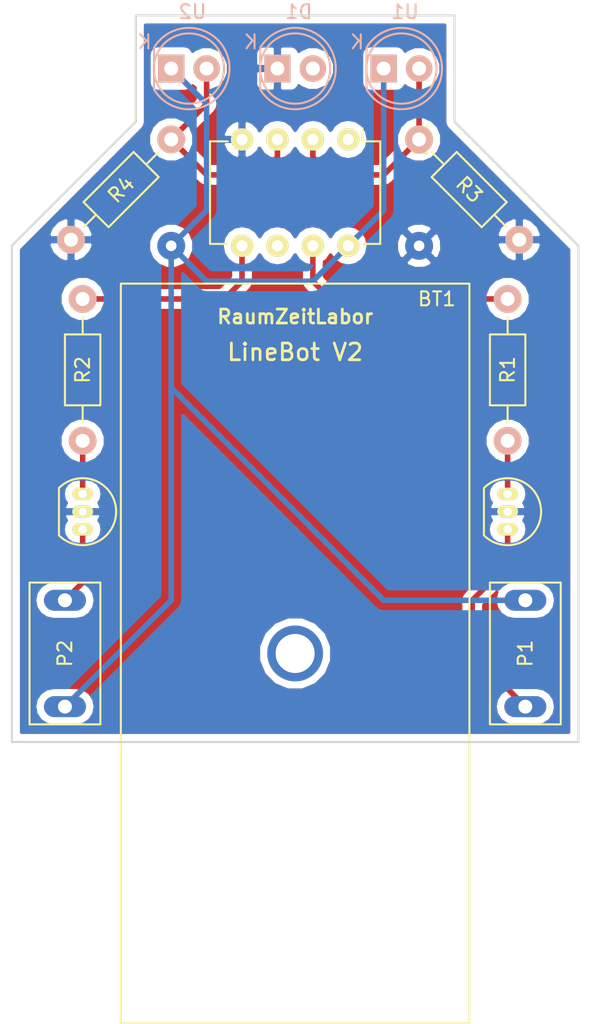
<source format=kicad_pcb>
(kicad_pcb (version 4) (host pcbnew 4.0.4-stable)

  (general
    (links 21)
    (no_connects 0)
    (area 132.004999 74.854999 172.795001 127.075001)
    (thickness 1.6)
    (drawings 10)
    (tracks 38)
    (zones 0)
    (modules 13)
    (nets 13)
  )

  (page A4)
  (layers
    (0 F.Cu signal)
    (31 B.Cu signal)
    (32 B.Adhes user)
    (33 F.Adhes user)
    (34 B.Paste user)
    (35 F.Paste user)
    (36 B.SilkS user)
    (37 F.SilkS user)
    (38 B.Mask user)
    (39 F.Mask user)
    (40 Dwgs.User user)
    (41 Cmts.User user)
    (42 Eco1.User user)
    (43 Eco2.User user)
    (44 Edge.Cuts user)
    (45 Margin user)
    (46 B.CrtYd user)
    (47 F.CrtYd user)
    (48 B.Fab user)
    (49 F.Fab user)
  )

  (setup
    (last_trace_width 0.4)
    (trace_clearance 0.3)
    (zone_clearance 0.508)
    (zone_45_only no)
    (trace_min 0.4)
    (segment_width 0.2)
    (edge_width 0.15)
    (via_size 0.6)
    (via_drill 0.4)
    (via_min_size 0.6)
    (via_min_drill 0.3)
    (uvia_size 0.3)
    (uvia_drill 0.1)
    (uvias_allowed no)
    (uvia_min_size 0.2)
    (uvia_min_drill 0.1)
    (pcb_text_width 0.3)
    (pcb_text_size 1.5 1.5)
    (mod_edge_width 0.15)
    (mod_text_size 1 1)
    (mod_text_width 0.15)
    (pad_size 3.2 3.2)
    (pad_drill 2.1)
    (pad_to_mask_clearance 0.2)
    (aux_axis_origin 0 0)
    (visible_elements FFFEFF7F)
    (pcbplotparams
      (layerselection 0x00030_80000001)
      (usegerberextensions false)
      (excludeedgelayer true)
      (linewidth 0.100000)
      (plotframeref false)
      (viasonmask false)
      (mode 1)
      (useauxorigin false)
      (hpglpennumber 1)
      (hpglpenspeed 20)
      (hpglpendiameter 15)
      (hpglpenoverlay 2)
      (psnegative false)
      (psa4output false)
      (plotreference true)
      (plotvalue true)
      (plotinvisibletext false)
      (padsonsilk false)
      (subtractmaskfromsilk false)
      (outputformat 1)
      (mirror false)
      (drillshape 1)
      (scaleselection 1)
      (outputdirectory ""))
  )

  (net 0 "")
  (net 1 VCC)
  (net 2 GND)
  (net 3 "Net-(D1-Pad2)")
  (net 4 "Net-(IC1-Pad2)")
  (net 5 "Net-(IC1-Pad3)")
  (net 6 "Net-(IC1-Pad5)")
  (net 7 "Net-(IC1-Pad6)")
  (net 8 "Net-(IC1-Pad7)")
  (net 9 "Net-(P1-Pad1)")
  (net 10 "Net-(P2-Pad1)")
  (net 11 "Net-(Q1-Pad1)")
  (net 12 "Net-(Q2-Pad1)")

  (net_class Default "This is the default net class."
    (clearance 0.3)
    (trace_width 0.4)
    (via_dia 0.6)
    (via_drill 0.4)
    (uvia_dia 0.3)
    (uvia_drill 0.1)
    (add_net GND)
    (add_net "Net-(D1-Pad2)")
    (add_net "Net-(IC1-Pad2)")
    (add_net "Net-(IC1-Pad3)")
    (add_net "Net-(IC1-Pad5)")
    (add_net "Net-(IC1-Pad6)")
    (add_net "Net-(IC1-Pad7)")
    (add_net "Net-(P1-Pad1)")
    (add_net "Net-(P2-Pad1)")
    (add_net "Net-(Q1-Pad1)")
    (add_net "Net-(Q2-Pad1)")
    (add_net VCC)
  )

  (module Resistors_ThroughHole:Resistor_Horizontal_RM10mm (layer F.Cu) (tedit 589DE373) (tstamp 587DA60C)
    (at 167.64 105.41 90)
    (descr "Resistor, Axial,  RM 10mm, 1/3W")
    (tags "Resistor Axial RM 10mm 1/3W")
    (path /589CE98A)
    (fp_text reference R1 (at 5.08 0 90) (layer F.SilkS)
      (effects (font (size 1 1) (thickness 0.15)))
    )
    (fp_text value 1k (at 5.08 0 90) (layer F.Fab)
      (effects (font (size 1 1) (thickness 0.15)))
    )
    (fp_line (start -1.25 -1.5) (end 11.4 -1.5) (layer F.CrtYd) (width 0.05))
    (fp_line (start -1.25 1.5) (end -1.25 -1.5) (layer F.CrtYd) (width 0.05))
    (fp_line (start 11.4 -1.5) (end 11.4 1.5) (layer F.CrtYd) (width 0.05))
    (fp_line (start -1.25 1.5) (end 11.4 1.5) (layer F.CrtYd) (width 0.05))
    (fp_line (start 2.54 -1.27) (end 7.62 -1.27) (layer F.SilkS) (width 0.15))
    (fp_line (start 7.62 -1.27) (end 7.62 1.27) (layer F.SilkS) (width 0.15))
    (fp_line (start 7.62 1.27) (end 2.54 1.27) (layer F.SilkS) (width 0.15))
    (fp_line (start 2.54 1.27) (end 2.54 -1.27) (layer F.SilkS) (width 0.15))
    (fp_line (start 2.54 0) (end 1.27 0) (layer F.SilkS) (width 0.15))
    (fp_line (start 7.62 0) (end 8.89 0) (layer F.SilkS) (width 0.15))
    (pad 1 thru_hole circle (at 0 0 90) (size 1.99898 1.99898) (drill 1.00076) (layers *.Cu *.SilkS *.Mask)
      (net 11 "Net-(Q1-Pad1)"))
    (pad 2 thru_hole circle (at 10.16 0 90) (size 1.99898 1.99898) (drill 1.00076) (layers *.Cu *.SilkS *.Mask)
      (net 8 "Net-(IC1-Pad7)"))
    (model Resistors_ThroughHole.3dshapes/Resistor_Horizontal_RM10mm.wrl
      (at (xyz 0.2 0 0))
      (scale (xyz 0.4 0.4 0.4))
      (rotate (xyz 0 0 0))
    )
  )

  (module Resistors_ThroughHole:Resistor_Horizontal_RM10mm (layer F.Cu) (tedit 589DE36F) (tstamp 587DA61C)
    (at 137.16 105.41 90)
    (descr "Resistor, Axial,  RM 10mm, 1/3W")
    (tags "Resistor Axial RM 10mm 1/3W")
    (path /589CEB0B)
    (fp_text reference R2 (at 5.08 0 90) (layer F.SilkS)
      (effects (font (size 1 1) (thickness 0.15)))
    )
    (fp_text value 1k (at 5.08 0 90) (layer F.Fab)
      (effects (font (size 1 1) (thickness 0.15)))
    )
    (fp_line (start -1.25 -1.5) (end 11.4 -1.5) (layer F.CrtYd) (width 0.05))
    (fp_line (start -1.25 1.5) (end -1.25 -1.5) (layer F.CrtYd) (width 0.05))
    (fp_line (start 11.4 -1.5) (end 11.4 1.5) (layer F.CrtYd) (width 0.05))
    (fp_line (start -1.25 1.5) (end 11.4 1.5) (layer F.CrtYd) (width 0.05))
    (fp_line (start 2.54 -1.27) (end 7.62 -1.27) (layer F.SilkS) (width 0.15))
    (fp_line (start 7.62 -1.27) (end 7.62 1.27) (layer F.SilkS) (width 0.15))
    (fp_line (start 7.62 1.27) (end 2.54 1.27) (layer F.SilkS) (width 0.15))
    (fp_line (start 2.54 1.27) (end 2.54 -1.27) (layer F.SilkS) (width 0.15))
    (fp_line (start 2.54 0) (end 1.27 0) (layer F.SilkS) (width 0.15))
    (fp_line (start 7.62 0) (end 8.89 0) (layer F.SilkS) (width 0.15))
    (pad 1 thru_hole circle (at 0 0 90) (size 1.99898 1.99898) (drill 1.00076) (layers *.Cu *.SilkS *.Mask)
      (net 12 "Net-(Q2-Pad1)"))
    (pad 2 thru_hole circle (at 10.16 0 90) (size 1.99898 1.99898) (drill 1.00076) (layers *.Cu *.SilkS *.Mask)
      (net 6 "Net-(IC1-Pad5)"))
    (model Resistors_ThroughHole.3dshapes/Resistor_Horizontal_RM10mm.wrl
      (at (xyz 0.2 0 0))
      (scale (xyz 0.4 0.4 0.4))
      (rotate (xyz 0 0 0))
    )
  )

  (module Resistors_ThroughHole:Resistor_Horizontal_RM10mm (layer F.Cu) (tedit 589DE2F6) (tstamp 587DA62C)
    (at 161.29 83.82 315)
    (descr "Resistor, Axial,  RM 10mm, 1/3W")
    (tags "Resistor Axial RM 10mm 1/3W")
    (path /587788E6)
    (fp_text reference R3 (at 5.08 0 315) (layer F.SilkS)
      (effects (font (size 1 1) (thickness 0.15)))
    )
    (fp_text value 10k (at 5.08 0 315) (layer F.Fab)
      (effects (font (size 1 1) (thickness 0.15)))
    )
    (fp_line (start -1.25 -1.5) (end 11.4 -1.5) (layer F.CrtYd) (width 0.05))
    (fp_line (start -1.25 1.5) (end -1.25 -1.5) (layer F.CrtYd) (width 0.05))
    (fp_line (start 11.4 -1.5) (end 11.4 1.5) (layer F.CrtYd) (width 0.05))
    (fp_line (start -1.25 1.5) (end 11.4 1.5) (layer F.CrtYd) (width 0.05))
    (fp_line (start 2.54 -1.27) (end 7.62 -1.27) (layer F.SilkS) (width 0.15))
    (fp_line (start 7.62 -1.27) (end 7.62 1.27) (layer F.SilkS) (width 0.15))
    (fp_line (start 7.62 1.27) (end 2.54 1.27) (layer F.SilkS) (width 0.15))
    (fp_line (start 2.54 1.27) (end 2.54 -1.27) (layer F.SilkS) (width 0.15))
    (fp_line (start 2.54 0) (end 1.27 0) (layer F.SilkS) (width 0.15))
    (fp_line (start 7.62 0) (end 8.89 0) (layer F.SilkS) (width 0.15))
    (pad 1 thru_hole circle (at 0 0 315) (size 1.99898 1.99898) (drill 1.00076) (layers *.Cu *.SilkS *.Mask)
      (net 4 "Net-(IC1-Pad2)"))
    (pad 2 thru_hole circle (at 10.16 0 315) (size 1.99898 1.99898) (drill 1.00076) (layers *.Cu *.SilkS *.Mask)
      (net 2 GND))
    (model Resistors_ThroughHole.3dshapes/Resistor_Horizontal_RM10mm.wrl
      (at (xyz 0.2 0 0))
      (scale (xyz 0.4 0.4 0.4))
      (rotate (xyz 0 0 0))
    )
  )

  (module Resistors_ThroughHole:Resistor_Horizontal_RM10mm (layer F.Cu) (tedit 589DE2F9) (tstamp 589CE7BF)
    (at 143.51 83.82 225)
    (descr "Resistor, Axial,  RM 10mm, 1/3W")
    (tags "Resistor Axial RM 10mm 1/3W")
    (path /58778D1F)
    (fp_text reference R4 (at 5.08 0 225) (layer F.SilkS)
      (effects (font (size 1 1) (thickness 0.15)))
    )
    (fp_text value 10k (at 5.08 3.81 225) (layer F.Fab)
      (effects (font (size 1 1) (thickness 0.15)))
    )
    (fp_line (start -1.25 -1.5) (end 11.4 -1.5) (layer F.CrtYd) (width 0.05))
    (fp_line (start -1.25 1.5) (end -1.25 -1.5) (layer F.CrtYd) (width 0.05))
    (fp_line (start 11.4 -1.5) (end 11.4 1.5) (layer F.CrtYd) (width 0.05))
    (fp_line (start -1.25 1.5) (end 11.4 1.5) (layer F.CrtYd) (width 0.05))
    (fp_line (start 2.54 -1.27) (end 7.62 -1.27) (layer F.SilkS) (width 0.15))
    (fp_line (start 7.62 -1.27) (end 7.62 1.27) (layer F.SilkS) (width 0.15))
    (fp_line (start 7.62 1.27) (end 2.54 1.27) (layer F.SilkS) (width 0.15))
    (fp_line (start 2.54 1.27) (end 2.54 -1.27) (layer F.SilkS) (width 0.15))
    (fp_line (start 2.54 0) (end 1.27 0) (layer F.SilkS) (width 0.15))
    (fp_line (start 7.62 0) (end 8.89 0) (layer F.SilkS) (width 0.15))
    (pad 1 thru_hole circle (at 0 0 225) (size 1.99898 1.99898) (drill 1.00076) (layers *.Cu *.SilkS *.Mask)
      (net 5 "Net-(IC1-Pad3)"))
    (pad 2 thru_hole circle (at 10.16 0 225) (size 1.99898 1.99898) (drill 1.00076) (layers *.Cu *.SilkS *.Mask)
      (net 2 GND))
    (model Resistors_ThroughHole.3dshapes/Resistor_Horizontal_RM10mm.wrl
      (at (xyz 0.2 0 0))
      (scale (xyz 0.4 0.4 0.4))
      (rotate (xyz 0 0 0))
    )
  )

  (module TO_SOT_Packages_THT:TO-92_Inline_Narrow_Oval (layer F.Cu) (tedit 58A83003) (tstamp 589CE932)
    (at 167.64 109.22 270)
    (descr "TO-92 leads in-line, narrow, oval pads, drill 0.6mm (see NXP sot054_po.pdf)")
    (tags "to-92 sc-43 sc-43a sot54 PA33 transistor")
    (path /589CE6FF)
    (fp_text reference Q1 (at 1.27 2.54 270) (layer F.SilkS) hide
      (effects (font (size 1 1) (thickness 0.15)))
    )
    (fp_text value BC817-40 (at 0 3 270) (layer F.Fab)
      (effects (font (size 1 1) (thickness 0.15)))
    )
    (fp_line (start -1.4 1.95) (end -1.4 -2.65) (layer F.CrtYd) (width 0.05))
    (fp_line (start -1.4 1.95) (end 3.95 1.95) (layer F.CrtYd) (width 0.05))
    (fp_line (start -0.43 1.7) (end 2.97 1.7) (layer F.SilkS) (width 0.15))
    (fp_arc (start 1.27 0) (end 1.27 -2.4) (angle -135) (layer F.SilkS) (width 0.15))
    (fp_arc (start 1.27 0) (end 1.27 -2.4) (angle 135) (layer F.SilkS) (width 0.15))
    (fp_line (start -1.4 -2.65) (end 3.95 -2.65) (layer F.CrtYd) (width 0.05))
    (fp_line (start 3.95 1.95) (end 3.95 -2.65) (layer F.CrtYd) (width 0.05))
    (pad 2 thru_hole oval (at 1.27 0 90) (size 0.89916 1.50114) (drill 0.6) (layers *.Cu *.Mask F.SilkS)
      (net 2 GND))
    (pad 3 thru_hole oval (at 2.54 0 90) (size 0.89916 1.50114) (drill 0.6) (layers *.Cu *.Mask F.SilkS)
      (net 9 "Net-(P1-Pad1)"))
    (pad 1 thru_hole oval (at 0 0 90) (size 0.89916 1.50114) (drill 0.6) (layers *.Cu *.Mask F.SilkS)
      (net 11 "Net-(Q1-Pad1)"))
    (model TO_SOT_Packages_THT.3dshapes/TO-92_Inline_Narrow_Oval.wrl
      (at (xyz 0.05 0 0))
      (scale (xyz 1 1 1))
      (rotate (xyz 0 0 -90))
    )
  )

  (module TO_SOT_Packages_THT:TO-92_Inline_Narrow_Oval (layer F.Cu) (tedit 58A8300B) (tstamp 589CE938)
    (at 137.16 109.22 270)
    (descr "TO-92 leads in-line, narrow, oval pads, drill 0.6mm (see NXP sot054_po.pdf)")
    (tags "to-92 sc-43 sc-43a sot54 PA33 transistor")
    (path /589CEB03)
    (fp_text reference Q2 (at 1.27 -1.905 270) (layer F.SilkS) hide
      (effects (font (size 1 1) (thickness 0.15)))
    )
    (fp_text value BC817-40 (at 0 3 270) (layer F.Fab)
      (effects (font (size 1 1) (thickness 0.15)))
    )
    (fp_line (start -1.4 1.95) (end -1.4 -2.65) (layer F.CrtYd) (width 0.05))
    (fp_line (start -1.4 1.95) (end 3.95 1.95) (layer F.CrtYd) (width 0.05))
    (fp_line (start -0.43 1.7) (end 2.97 1.7) (layer F.SilkS) (width 0.15))
    (fp_arc (start 1.27 0) (end 1.27 -2.4) (angle -135) (layer F.SilkS) (width 0.15))
    (fp_arc (start 1.27 0) (end 1.27 -2.4) (angle 135) (layer F.SilkS) (width 0.15))
    (fp_line (start -1.4 -2.65) (end 3.95 -2.65) (layer F.CrtYd) (width 0.05))
    (fp_line (start 3.95 1.95) (end 3.95 -2.65) (layer F.CrtYd) (width 0.05))
    (pad 2 thru_hole oval (at 1.27 0 90) (size 0.89916 1.50114) (drill 0.6) (layers *.Cu *.Mask F.SilkS)
      (net 2 GND))
    (pad 3 thru_hole oval (at 2.54 0 90) (size 0.89916 1.50114) (drill 0.6) (layers *.Cu *.Mask F.SilkS)
      (net 10 "Net-(P2-Pad1)"))
    (pad 1 thru_hole oval (at 0 0 90) (size 0.89916 1.50114) (drill 0.6) (layers *.Cu *.Mask F.SilkS)
      (net 12 "Net-(Q2-Pad1)"))
    (model TO_SOT_Packages_THT.3dshapes/TO-92_Inline_Narrow_Oval.wrl
      (at (xyz 0.05 0 0))
      (scale (xyz 1 1 1))
      (rotate (xyz 0 0 -90))
    )
  )

  (module mybattery:batteryholder_AAAx2 (layer F.Cu) (tedit 58AE0A82) (tstamp 58B822B7)
    (at 152.4 120.65)
    (path /58A5F179)
    (fp_text reference BT1 (at 10.16 -25.4) (layer F.SilkS)
      (effects (font (size 1 1) (thickness 0.15)))
    )
    (fp_text value Battery (at 3.81 25.4 180) (layer F.Fab)
      (effects (font (size 1 1) (thickness 0.15)))
    )
    (fp_line (start -12.5 -26.5) (end 12.5 -26.5) (layer F.SilkS) (width 0.15))
    (fp_line (start 12.5 -26.5) (end 12.5 26.5) (layer F.SilkS) (width 0.15))
    (fp_line (start 12.5 26.5) (end -12.5 26.5) (layer F.SilkS) (width 0.15))
    (fp_line (start -12.5 26.5) (end -12.5 -26.5) (layer F.SilkS) (width 0.15))
    (pad 1 thru_hole circle (at -8.89 -29.21) (size 2 2) (drill 0.762) (layers *.Cu *.Mask)
      (net 1 VCC))
    (pad 2 thru_hole circle (at 8.89 -29.21) (size 2 2) (drill 0.762) (layers *.Cu *.Mask)
      (net 2 GND))
    (pad "" thru_hole circle (at 0 0) (size 4 4) (drill 2.8) (layers *.Cu *.Mask))
  )

  (module LEDs:LED-5MM (layer B.Cu) (tedit 5570F7EA) (tstamp 58B822C2)
    (at 151.13 78.74)
    (descr "LED 5mm round vertical")
    (tags "LED 5mm round vertical")
    (path /587789F3)
    (fp_text reference D1 (at 1.524 -4.064) (layer B.SilkS)
      (effects (font (size 1 1) (thickness 0.15)) (justify mirror))
    )
    (fp_text value LED (at 1.524 3.937) (layer B.Fab)
      (effects (font (size 1 1) (thickness 0.15)) (justify mirror))
    )
    (fp_line (start -1.5 1.55) (end -1.5 -1.55) (layer B.CrtYd) (width 0.05))
    (fp_arc (start 1.3 0) (end -1.5 -1.55) (angle 302) (layer B.CrtYd) (width 0.05))
    (fp_arc (start 1.27 0) (end -1.23 1.5) (angle -297.5) (layer B.SilkS) (width 0.15))
    (fp_line (start -1.23 -1.5) (end -1.23 1.5) (layer B.SilkS) (width 0.15))
    (fp_circle (center 1.27 0) (end 0.97 2.5) (layer B.SilkS) (width 0.15))
    (fp_text user K (at -1.905 -1.905) (layer B.SilkS)
      (effects (font (size 1 1) (thickness 0.15)) (justify mirror))
    )
    (pad 1 thru_hole rect (at 0 0 270) (size 2 1.9) (drill 1.00076) (layers *.Cu *.Mask B.SilkS)
      (net 2 GND))
    (pad 2 thru_hole circle (at 2.54 0) (size 1.9 1.9) (drill 1.00076) (layers *.Cu *.Mask B.SilkS)
      (net 3 "Net-(D1-Pad2)"))
    (model LEDs.3dshapes/LED-5MM.wrl
      (at (xyz 0.05 0 0))
      (scale (xyz 1 1 1))
      (rotate (xyz 0 0 90))
    )
  )

  (module Housings_DIP:DIP-8_W7.62mm (layer F.Cu) (tedit 54130A77) (tstamp 58B822CE)
    (at 156.21 83.82 270)
    (descr "8-lead dip package, row spacing 7.62 mm (300 mils)")
    (tags "dil dip 2.54 300")
    (path /587783F4)
    (fp_text reference IC1 (at 0 -5.22 270) (layer F.SilkS)
      (effects (font (size 1 1) (thickness 0.15)))
    )
    (fp_text value ATTINY85-P (at 0 -3.72 270) (layer F.Fab)
      (effects (font (size 1 1) (thickness 0.15)))
    )
    (fp_line (start -1.05 -2.45) (end -1.05 10.1) (layer F.CrtYd) (width 0.05))
    (fp_line (start 8.65 -2.45) (end 8.65 10.1) (layer F.CrtYd) (width 0.05))
    (fp_line (start -1.05 -2.45) (end 8.65 -2.45) (layer F.CrtYd) (width 0.05))
    (fp_line (start -1.05 10.1) (end 8.65 10.1) (layer F.CrtYd) (width 0.05))
    (fp_line (start 0.135 -2.295) (end 0.135 -1.025) (layer F.SilkS) (width 0.15))
    (fp_line (start 7.485 -2.295) (end 7.485 -1.025) (layer F.SilkS) (width 0.15))
    (fp_line (start 7.485 9.915) (end 7.485 8.645) (layer F.SilkS) (width 0.15))
    (fp_line (start 0.135 9.915) (end 0.135 8.645) (layer F.SilkS) (width 0.15))
    (fp_line (start 0.135 -2.295) (end 7.485 -2.295) (layer F.SilkS) (width 0.15))
    (fp_line (start 0.135 9.915) (end 7.485 9.915) (layer F.SilkS) (width 0.15))
    (fp_line (start 0.135 -1.025) (end -0.8 -1.025) (layer F.SilkS) (width 0.15))
    (pad 1 thru_hole oval (at 0 0 270) (size 1.6 1.6) (drill 0.8) (layers *.Cu *.Mask F.SilkS))
    (pad 2 thru_hole oval (at 0 2.54 270) (size 1.6 1.6) (drill 0.8) (layers *.Cu *.Mask F.SilkS)
      (net 4 "Net-(IC1-Pad2)"))
    (pad 3 thru_hole oval (at 0 5.08 270) (size 1.6 1.6) (drill 0.8) (layers *.Cu *.Mask F.SilkS)
      (net 5 "Net-(IC1-Pad3)"))
    (pad 4 thru_hole oval (at 0 7.62 270) (size 1.6 1.6) (drill 0.8) (layers *.Cu *.Mask F.SilkS)
      (net 2 GND))
    (pad 5 thru_hole oval (at 7.62 7.62 270) (size 1.6 1.6) (drill 0.8) (layers *.Cu *.Mask F.SilkS)
      (net 6 "Net-(IC1-Pad5)"))
    (pad 6 thru_hole oval (at 7.62 5.08 270) (size 1.6 1.6) (drill 0.8) (layers *.Cu *.Mask F.SilkS)
      (net 7 "Net-(IC1-Pad6)"))
    (pad 7 thru_hole oval (at 7.62 2.54 270) (size 1.6 1.6) (drill 0.8) (layers *.Cu *.Mask F.SilkS)
      (net 8 "Net-(IC1-Pad7)"))
    (pad 8 thru_hole oval (at 7.62 0 270) (size 1.6 1.6) (drill 0.8) (layers *.Cu *.Mask F.SilkS)
      (net 1 VCC))
    (model Housings_DIP.3dshapes/DIP-8_W7.62mm.wrl
      (at (xyz 0 0 0))
      (scale (xyz 1 1 1))
      (rotate (xyz 0 0 0))
    )
  )

  (module LEDs:LED-5MM (layer B.Cu) (tedit 5570F7EA) (tstamp 58B822E6)
    (at 158.75 78.74)
    (descr "LED 5mm round vertical")
    (tags "LED 5mm round vertical")
    (path /58B8213F)
    (fp_text reference U1 (at 1.524 -4.064) (layer B.SilkS)
      (effects (font (size 1 1) (thickness 0.15)) (justify mirror))
    )
    (fp_text value Phototransistor (at 1.524 3.937) (layer B.Fab)
      (effects (font (size 1 1) (thickness 0.15)) (justify mirror))
    )
    (fp_line (start -1.5 1.55) (end -1.5 -1.55) (layer B.CrtYd) (width 0.05))
    (fp_arc (start 1.3 0) (end -1.5 -1.55) (angle 302) (layer B.CrtYd) (width 0.05))
    (fp_arc (start 1.27 0) (end -1.23 1.5) (angle -297.5) (layer B.SilkS) (width 0.15))
    (fp_line (start -1.23 -1.5) (end -1.23 1.5) (layer B.SilkS) (width 0.15))
    (fp_circle (center 1.27 0) (end 0.97 2.5) (layer B.SilkS) (width 0.15))
    (fp_text user K (at -1.905 -1.905) (layer B.SilkS)
      (effects (font (size 1 1) (thickness 0.15)) (justify mirror))
    )
    (pad 1 thru_hole rect (at 0 0 270) (size 2 1.9) (drill 1.00076) (layers *.Cu *.Mask B.SilkS)
      (net 1 VCC))
    (pad 2 thru_hole circle (at 2.54 0) (size 1.9 1.9) (drill 1.00076) (layers *.Cu *.Mask B.SilkS)
      (net 4 "Net-(IC1-Pad2)"))
    (model LEDs.3dshapes/LED-5MM.wrl
      (at (xyz 0.05 0 0))
      (scale (xyz 1 1 1))
      (rotate (xyz 0 0 90))
    )
  )

  (module LEDs:LED-5MM (layer B.Cu) (tedit 5570F7EA) (tstamp 58B822EC)
    (at 143.51 78.74)
    (descr "LED 5mm round vertical")
    (tags "LED 5mm round vertical")
    (path /58B821B4)
    (fp_text reference U2 (at 1.524 -4.064) (layer B.SilkS)
      (effects (font (size 1 1) (thickness 0.15)) (justify mirror))
    )
    (fp_text value Phototransistor (at 1.524 3.937) (layer B.Fab)
      (effects (font (size 1 1) (thickness 0.15)) (justify mirror))
    )
    (fp_line (start -1.5 1.55) (end -1.5 -1.55) (layer B.CrtYd) (width 0.05))
    (fp_arc (start 1.3 0) (end -1.5 -1.55) (angle 302) (layer B.CrtYd) (width 0.05))
    (fp_arc (start 1.27 0) (end -1.23 1.5) (angle -297.5) (layer B.SilkS) (width 0.15))
    (fp_line (start -1.23 -1.5) (end -1.23 1.5) (layer B.SilkS) (width 0.15))
    (fp_circle (center 1.27 0) (end 0.97 2.5) (layer B.SilkS) (width 0.15))
    (fp_text user K (at -1.905 -1.905) (layer B.SilkS)
      (effects (font (size 1 1) (thickness 0.15)) (justify mirror))
    )
    (pad 1 thru_hole rect (at 0 0 270) (size 2 1.9) (drill 1.00076) (layers *.Cu *.Mask B.SilkS)
      (net 1 VCC))
    (pad 2 thru_hole circle (at 2.54 0) (size 1.9 1.9) (drill 1.00076) (layers *.Cu *.Mask B.SilkS)
      (net 5 "Net-(IC1-Pad3)"))
    (model LEDs.3dshapes/LED-5MM.wrl
      (at (xyz 0.05 0 0))
      (scale (xyz 1 1 1))
      (rotate (xyz 0 0 90))
    )
  )

  (module motorholder:motorholder (layer F.Cu) (tedit 58B8245A) (tstamp 58B82500)
    (at 168.91 120.65 90)
    (path /58778EB1)
    (attr virtual)
    (fp_text reference P1 (at 0 0 90) (layer F.SilkS)
      (effects (font (size 1 1) (thickness 0.15)))
    )
    (fp_text value Motor (at 0 3.81 90) (layer F.Fab)
      (effects (font (size 1 1) (thickness 0.15)))
    )
    (fp_line (start -5.08 -2.54) (end 5.08 -2.54) (layer F.SilkS) (width 0.15))
    (fp_line (start 5.08 -2.54) (end 5.08 2.54) (layer F.SilkS) (width 0.15))
    (fp_line (start 5.08 2.54) (end -5.08 2.54) (layer F.SilkS) (width 0.15))
    (fp_line (start -5.08 2.54) (end -5.08 -2.54) (layer F.SilkS) (width 0.15))
    (pad 1 thru_hole oval (at -3.81 0 90) (size 1.50622 3.01498) (drill 0.99822) (layers *.Cu *.Mask)
      (net 9 "Net-(P1-Pad1)"))
    (pad 2 thru_hole oval (at 3.81 0 90) (size 1.50622 3.01498) (drill 0.99822) (layers *.Cu *.Mask)
      (net 1 VCC))
  )

  (module motorholder:motorholder (layer F.Cu) (tedit 58B8245A) (tstamp 58B82506)
    (at 135.89 120.65 270)
    (path /589CEAF7)
    (attr virtual)
    (fp_text reference P2 (at 0 0 270) (layer F.SilkS)
      (effects (font (size 1 1) (thickness 0.15)))
    )
    (fp_text value Motor (at 0 3.81 270) (layer F.Fab)
      (effects (font (size 1 1) (thickness 0.15)))
    )
    (fp_line (start -5.08 -2.54) (end 5.08 -2.54) (layer F.SilkS) (width 0.15))
    (fp_line (start 5.08 -2.54) (end 5.08 2.54) (layer F.SilkS) (width 0.15))
    (fp_line (start 5.08 2.54) (end -5.08 2.54) (layer F.SilkS) (width 0.15))
    (fp_line (start -5.08 2.54) (end -5.08 -2.54) (layer F.SilkS) (width 0.15))
    (pad 1 thru_hole oval (at -3.81 0 270) (size 1.50622 3.01498) (drill 0.99822) (layers *.Cu *.Mask)
      (net 10 "Net-(P2-Pad1)"))
    (pad 2 thru_hole oval (at 3.81 0 270) (size 1.50622 3.01498) (drill 0.99822) (layers *.Cu *.Mask)
      (net 1 VCC))
  )

  (gr_line (start 132.08 91.44) (end 132.08 127) (angle 90) (layer Edge.Cuts) (width 0.15))
  (gr_line (start 140.97 82.55) (end 132.08 91.44) (angle 90) (layer Edge.Cuts) (width 0.15))
  (gr_line (start 140.97 74.93) (end 140.97 82.55) (angle 90) (layer Edge.Cuts) (width 0.15))
  (gr_line (start 163.83 74.93) (end 140.97 74.93) (angle 90) (layer Edge.Cuts) (width 0.15))
  (gr_line (start 163.83 82.55) (end 163.83 74.93) (angle 90) (layer Edge.Cuts) (width 0.15))
  (gr_line (start 172.72 91.44) (end 163.83 82.55) (angle 90) (layer Edge.Cuts) (width 0.15))
  (gr_line (start 172.72 127) (end 172.72 91.44) (angle 90) (layer Edge.Cuts) (width 0.15))
  (gr_line (start 132.08 127) (end 172.72 127) (angle 90) (layer Edge.Cuts) (width 0.15))
  (gr_text RaumZeitLabor (at 152.4 96.52) (layer F.SilkS)
    (effects (font (size 1 1) (thickness 0.2)))
  )
  (gr_text "LineBot V2" (at 152.4 99.06) (layer F.SilkS)
    (effects (font (size 1.2 1.2) (thickness 0.2)))
  )

  (segment (start 143.51 91.44) (end 146.05 93.98) (width 0.4) (layer B.Cu) (net 1))
  (segment (start 153.67 93.98) (end 156.21 91.44) (width 0.4) (layer B.Cu) (net 1) (tstamp 58AE4225))
  (segment (start 146.05 93.98) (end 153.67 93.98) (width 0.4) (layer B.Cu) (net 1) (tstamp 58AE4222))
  (segment (start 143.51 91.44) (end 143.51 101.6) (width 0.4) (layer B.Cu) (net 1))
  (segment (start 156.21 91.44) (end 158.75 88.9) (width 0.4) (layer B.Cu) (net 1))
  (segment (start 158.75 88.9) (end 158.75 78.74) (width 0.4) (layer B.Cu) (net 1) (tstamp 58AE4096))
  (segment (start 143.51 91.44) (end 146.05 88.9) (width 0.4) (layer B.Cu) (net 1))
  (segment (start 146.05 81.28) (end 143.51 78.74) (width 0.4) (layer B.Cu) (net 1) (tstamp 58AE4089))
  (segment (start 146.05 88.9) (end 146.05 81.28) (width 0.4) (layer B.Cu) (net 1) (tstamp 58AE407F))
  (segment (start 158.75 116.84) (end 143.51 101.6) (width 0.4) (layer B.Cu) (net 1) (tstamp 58AE4143))
  (segment (start 143.51 101.6) (end 143.51 116.84) (width 0.4) (layer B.Cu) (net 1) (tstamp 58AE4151))
  (segment (start 143.51 116.84) (end 135.89 124.46) (width 0.4) (layer B.Cu) (net 1) (tstamp 58AE4139))
  (segment (start 168.91 116.84) (end 158.75 116.84) (width 0.4) (layer B.Cu) (net 1))
  (segment (start 161.29 78.74) (end 161.29 83.82) (width 0.4) (layer F.Cu) (net 4))
  (segment (start 153.67 83.82) (end 153.67 85.09) (width 0.4) (layer F.Cu) (net 4))
  (segment (start 158.75 86.36) (end 161.29 83.82) (width 0.4) (layer F.Cu) (net 4) (tstamp 58AE3F5E))
  (segment (start 154.94 86.36) (end 158.75 86.36) (width 0.4) (layer F.Cu) (net 4) (tstamp 58AE3F5C))
  (segment (start 153.67 85.09) (end 154.94 86.36) (width 0.4) (layer F.Cu) (net 4) (tstamp 58AE3F58))
  (segment (start 151.13 83.82) (end 151.13 85.09) (width 0.4) (layer F.Cu) (net 5))
  (segment (start 146.05 86.36) (end 143.51 83.82) (width 0.4) (layer F.Cu) (net 5) (tstamp 58AE3FFF))
  (segment (start 149.86 86.36) (end 146.05 86.36) (width 0.4) (layer F.Cu) (net 5) (tstamp 58AE3FFB))
  (segment (start 151.13 85.09) (end 149.86 86.36) (width 0.4) (layer F.Cu) (net 5) (tstamp 58AE3FF5))
  (segment (start 143.51 83.82) (end 146.05 81.28) (width 0.4) (layer F.Cu) (net 5))
  (segment (start 146.05 81.28) (end 146.05 78.74) (width 0.4) (layer F.Cu) (net 5) (tstamp 58AE3FD0))
  (segment (start 137.16 95.25) (end 147.32 95.25) (width 0.4) (layer F.Cu) (net 6))
  (segment (start 148.59 93.98) (end 148.59 91.44) (width 0.4) (layer F.Cu) (net 6) (tstamp 58AE3ED0))
  (segment (start 147.32 95.25) (end 148.59 93.98) (width 0.4) (layer F.Cu) (net 6) (tstamp 58AE3EC9))
  (segment (start 167.64 95.25) (end 154.94 95.25) (width 0.4) (layer F.Cu) (net 8))
  (segment (start 153.67 93.98) (end 153.67 91.44) (width 0.4) (layer F.Cu) (net 8) (tstamp 58AE3EC1))
  (segment (start 154.94 95.25) (end 153.67 93.98) (width 0.4) (layer F.Cu) (net 8) (tstamp 58AE3EAB))
  (segment (start 165.1 120.65) (end 168.91 124.46) (width 0.4) (layer F.Cu) (net 9) (tstamp 58AE3F06))
  (segment (start 165.1 116.84) (end 165.1 120.65) (width 0.4) (layer F.Cu) (net 9) (tstamp 58AE3F00))
  (segment (start 167.64 114.3) (end 165.1 116.84) (width 0.4) (layer F.Cu) (net 9) (tstamp 58AE3EF4))
  (segment (start 167.64 111.76) (end 167.64 114.3) (width 0.4) (layer F.Cu) (net 9))
  (segment (start 137.16 111.76) (end 137.16 115.57) (width 0.4) (layer F.Cu) (net 10))
  (segment (start 137.16 115.57) (end 135.89 116.84) (width 0.4) (layer F.Cu) (net 10) (tstamp 58AE3EEC))
  (segment (start 167.64 105.41) (end 167.64 109.22) (width 0.4) (layer F.Cu) (net 11))
  (segment (start 137.16 105.41) (end 137.16 109.22) (width 0.4) (layer F.Cu) (net 12))

  (zone (net 2) (net_name GND) (layer B.Cu) (tstamp 58AE88AB) (hatch edge 0.508)
    (connect_pads (clearance 0.508))
    (min_thickness 0.254)
    (fill yes (arc_segments 16) (thermal_gap 0.508) (thermal_bridge_width 0.508))
    (polygon
      (pts
        (xy 163.83 82.55) (xy 172.72 91.44) (xy 172.72 127) (xy 132.08 127) (xy 132.08 91.44)
        (xy 140.97 82.55) (xy 140.97 74.93) (xy 163.83 74.93)
      )
    )
    (filled_polygon
      (pts
        (xy 163.12 82.55) (xy 163.174046 82.821705) (xy 163.327954 83.052046) (xy 172.01 91.734092) (xy 172.01 126.29)
        (xy 132.79 126.29) (xy 132.79 124.46) (xy 133.705536 124.46) (xy 133.8112 124.991207) (xy 134.112104 125.441542)
        (xy 134.562439 125.742446) (xy 135.093646 125.84811) (xy 136.686354 125.84811) (xy 137.217561 125.742446) (xy 137.667896 125.441542)
        (xy 137.9688 124.991207) (xy 138.074464 124.46) (xy 166.725536 124.46) (xy 166.8312 124.991207) (xy 167.132104 125.441542)
        (xy 167.582439 125.742446) (xy 168.113646 125.84811) (xy 169.706354 125.84811) (xy 170.237561 125.742446) (xy 170.687896 125.441542)
        (xy 170.9888 124.991207) (xy 171.094464 124.46) (xy 170.9888 123.928793) (xy 170.687896 123.478458) (xy 170.237561 123.177554)
        (xy 169.706354 123.07189) (xy 168.113646 123.07189) (xy 167.582439 123.177554) (xy 167.132104 123.478458) (xy 166.8312 123.928793)
        (xy 166.725536 124.46) (xy 138.074464 124.46) (xy 137.9688 123.928793) (xy 137.821911 123.708957) (xy 140.359034 121.171834)
        (xy 149.764543 121.171834) (xy 150.164853 122.140658) (xy 150.905443 122.882542) (xy 151.873567 123.284542) (xy 152.921834 123.285457)
        (xy 153.890658 122.885147) (xy 154.632542 122.144557) (xy 155.034542 121.176433) (xy 155.035457 120.128166) (xy 154.635147 119.159342)
        (xy 153.894557 118.417458) (xy 152.926433 118.015458) (xy 151.878166 118.014543) (xy 150.909342 118.414853) (xy 150.167458 119.155443)
        (xy 149.765458 120.123567) (xy 149.764543 121.171834) (xy 140.359034 121.171834) (xy 144.100434 117.430434) (xy 144.140008 117.371207)
        (xy 144.281439 117.159541) (xy 144.345 116.84) (xy 144.345 103.615868) (xy 158.159566 117.430434) (xy 158.43046 117.61144)
        (xy 158.75 117.675) (xy 167.034188 117.675) (xy 167.132104 117.821542) (xy 167.582439 118.122446) (xy 168.113646 118.22811)
        (xy 169.706354 118.22811) (xy 170.237561 118.122446) (xy 170.687896 117.821542) (xy 170.9888 117.371207) (xy 171.094464 116.84)
        (xy 170.9888 116.308793) (xy 170.687896 115.858458) (xy 170.237561 115.557554) (xy 169.706354 115.45189) (xy 168.113646 115.45189)
        (xy 167.582439 115.557554) (xy 167.132104 115.858458) (xy 167.034188 116.005) (xy 159.095868 116.005) (xy 154.850868 111.76)
        (xy 166.227285 111.76) (xy 166.309844 112.175051) (xy 166.544951 112.526914) (xy 166.896814 112.762021) (xy 167.311865 112.84458)
        (xy 167.968135 112.84458) (xy 168.383186 112.762021) (xy 168.735049 112.526914) (xy 168.970156 112.175051) (xy 169.052715 111.76)
        (xy 168.970156 111.344949) (xy 168.820359 111.120762) (xy 168.984981 110.783935) (xy 168.858068 110.617) (xy 167.767 110.617)
        (xy 167.767 110.637) (xy 167.513 110.637) (xy 167.513 110.617) (xy 166.421932 110.617) (xy 166.295019 110.783935)
        (xy 166.459641 111.120762) (xy 166.309844 111.344949) (xy 166.227285 111.76) (xy 154.850868 111.76) (xy 152.310868 109.22)
        (xy 166.227285 109.22) (xy 166.309844 109.635051) (xy 166.459641 109.859238) (xy 166.295019 110.196065) (xy 166.421932 110.363)
        (xy 167.513 110.363) (xy 167.513 110.343) (xy 167.767 110.343) (xy 167.767 110.363) (xy 168.858068 110.363)
        (xy 168.984981 110.196065) (xy 168.820359 109.859238) (xy 168.970156 109.635051) (xy 169.052715 109.22) (xy 168.970156 108.804949)
        (xy 168.735049 108.453086) (xy 168.383186 108.217979) (xy 167.968135 108.13542) (xy 167.311865 108.13542) (xy 166.896814 108.217979)
        (xy 166.544951 108.453086) (xy 166.309844 108.804949) (xy 166.227285 109.22) (xy 152.310868 109.22) (xy 148.824562 105.733694)
        (xy 166.005226 105.733694) (xy 166.253538 106.334655) (xy 166.712927 106.794846) (xy 167.313453 107.044206) (xy 167.963694 107.044774)
        (xy 168.564655 106.796462) (xy 169.024846 106.337073) (xy 169.274206 105.736547) (xy 169.274774 105.086306) (xy 169.026462 104.485345)
        (xy 168.567073 104.025154) (xy 167.966547 103.775794) (xy 167.316306 103.775226) (xy 166.715345 104.023538) (xy 166.255154 104.482927)
        (xy 166.005794 105.083453) (xy 166.005226 105.733694) (xy 148.824562 105.733694) (xy 144.345 101.254132) (xy 144.345 95.573694)
        (xy 166.005226 95.573694) (xy 166.253538 96.174655) (xy 166.712927 96.634846) (xy 167.313453 96.884206) (xy 167.963694 96.884774)
        (xy 168.564655 96.636462) (xy 169.024846 96.177073) (xy 169.274206 95.576547) (xy 169.274774 94.926306) (xy 169.026462 94.325345)
        (xy 168.567073 93.865154) (xy 167.966547 93.615794) (xy 167.316306 93.615226) (xy 166.715345 93.863538) (xy 166.255154 94.322927)
        (xy 166.005794 94.923453) (xy 166.005226 95.573694) (xy 144.345 95.573694) (xy 144.345 93.455868) (xy 145.459566 94.570434)
        (xy 145.730459 94.751439) (xy 146.05 94.815) (xy 153.67 94.815) (xy 153.989541 94.751439) (xy 154.260434 94.570434)
        (xy 155.974582 92.856286) (xy 156.21 92.903113) (xy 156.759151 92.79388) (xy 157.060489 92.592532) (xy 160.317073 92.592532)
        (xy 160.415736 92.859387) (xy 161.025461 93.085908) (xy 161.67546 93.061856) (xy 162.164264 92.859387) (xy 162.262927 92.592532)
        (xy 161.29 91.619605) (xy 160.317073 92.592532) (xy 157.060489 92.592532) (xy 157.224698 92.482811) (xy 157.535767 92.017264)
        (xy 157.645 91.468113) (xy 157.645 91.411887) (xy 157.607501 91.223367) (xy 157.655407 91.175461) (xy 159.644092 91.175461)
        (xy 159.668144 91.82546) (xy 159.870613 92.314264) (xy 160.137468 92.412927) (xy 161.110395 91.44) (xy 161.469605 91.44)
        (xy 162.442532 92.412927) (xy 162.709387 92.314264) (xy 162.935908 91.704539) (xy 162.924254 91.389583) (xy 166.852864 91.389583)
        (xy 167.123759 91.980708) (xy 167.600247 92.423169) (xy 168.088827 92.625546) (xy 168.347205 92.506609) (xy 168.347205 91.131205)
        (xy 168.601205 91.131205) (xy 168.601205 92.506609) (xy 168.859583 92.625546) (xy 169.450708 92.354651) (xy 169.893169 91.878163)
        (xy 170.095546 91.389583) (xy 169.976609 91.131205) (xy 168.601205 91.131205) (xy 168.347205 91.131205) (xy 166.971801 91.131205)
        (xy 166.852864 91.389583) (xy 162.924254 91.389583) (xy 162.911856 91.05454) (xy 162.731378 90.618827) (xy 166.852864 90.618827)
        (xy 166.971801 90.877205) (xy 168.347205 90.877205) (xy 168.347205 89.501801) (xy 168.601205 89.501801) (xy 168.601205 90.877205)
        (xy 169.976609 90.877205) (xy 170.095546 90.618827) (xy 169.824651 90.027702) (xy 169.348163 89.585241) (xy 168.859583 89.382864)
        (xy 168.601205 89.501801) (xy 168.347205 89.501801) (xy 168.088827 89.382864) (xy 167.497702 89.653759) (xy 167.055241 90.130247)
        (xy 166.852864 90.618827) (xy 162.731378 90.618827) (xy 162.709387 90.565736) (xy 162.442532 90.467073) (xy 161.469605 91.44)
        (xy 161.110395 91.44) (xy 160.137468 90.467073) (xy 159.870613 90.565736) (xy 159.644092 91.175461) (xy 157.655407 91.175461)
        (xy 158.5434 90.287468) (xy 160.317073 90.287468) (xy 161.29 91.260395) (xy 162.262927 90.287468) (xy 162.164264 90.020613)
        (xy 161.554539 89.794092) (xy 160.90454 89.818144) (xy 160.415736 90.020613) (xy 160.317073 90.287468) (xy 158.5434 90.287468)
        (xy 159.340434 89.490434) (xy 159.41231 89.382864) (xy 159.521439 89.219541) (xy 159.585 88.9) (xy 159.585 84.143694)
        (xy 159.655226 84.143694) (xy 159.903538 84.744655) (xy 160.362927 85.204846) (xy 160.963453 85.454206) (xy 161.613694 85.454774)
        (xy 162.214655 85.206462) (xy 162.674846 84.747073) (xy 162.924206 84.146547) (xy 162.924774 83.496306) (xy 162.676462 82.895345)
        (xy 162.217073 82.435154) (xy 161.616547 82.185794) (xy 160.966306 82.185226) (xy 160.365345 82.433538) (xy 159.905154 82.892927)
        (xy 159.655794 83.493453) (xy 159.655226 84.143694) (xy 159.585 84.143694) (xy 159.585 80.38744) (xy 159.7 80.38744)
        (xy 159.935317 80.343162) (xy 160.151441 80.20409) (xy 160.296431 79.99189) (xy 160.297055 79.988808) (xy 160.390997 80.082914)
        (xy 160.973341 80.324724) (xy 161.603893 80.325275) (xy 162.186657 80.084481) (xy 162.632914 79.639003) (xy 162.874724 79.056659)
        (xy 162.875275 78.426107) (xy 162.634481 77.843343) (xy 162.189003 77.397086) (xy 161.606659 77.155276) (xy 160.976107 77.154725)
        (xy 160.393343 77.395519) (xy 160.295663 77.493029) (xy 160.16409 77.288559) (xy 159.95189 77.143569) (xy 159.7 77.09256)
        (xy 157.8 77.09256) (xy 157.564683 77.136838) (xy 157.348559 77.27591) (xy 157.203569 77.48811) (xy 157.15256 77.74)
        (xy 157.15256 79.74) (xy 157.196838 79.975317) (xy 157.33591 80.191441) (xy 157.54811 80.336431) (xy 157.8 80.38744)
        (xy 157.915 80.38744) (xy 157.915 88.554132) (xy 156.445418 90.023714) (xy 156.21 89.976887) (xy 155.660849 90.08612)
        (xy 155.195302 90.397189) (xy 154.94 90.779275) (xy 154.684698 90.397189) (xy 154.219151 90.08612) (xy 153.67 89.976887)
        (xy 153.120849 90.08612) (xy 152.655302 90.397189) (xy 152.4 90.779275) (xy 152.144698 90.397189) (xy 151.679151 90.08612)
        (xy 151.13 89.976887) (xy 150.580849 90.08612) (xy 150.115302 90.397189) (xy 149.86 90.779275) (xy 149.604698 90.397189)
        (xy 149.139151 90.08612) (xy 148.59 89.976887) (xy 148.040849 90.08612) (xy 147.575302 90.397189) (xy 147.264233 90.862736)
        (xy 147.155 91.411887) (xy 147.155 91.468113) (xy 147.264233 92.017264) (xy 147.575302 92.482811) (xy 148.040849 92.79388)
        (xy 148.59 92.903113) (xy 149.139151 92.79388) (xy 149.604698 92.482811) (xy 149.86 92.100725) (xy 150.115302 92.482811)
        (xy 150.580849 92.79388) (xy 151.13 92.903113) (xy 151.679151 92.79388) (xy 152.144698 92.482811) (xy 152.4 92.100725)
        (xy 152.655302 92.482811) (xy 153.120849 92.79388) (xy 153.583271 92.885861) (xy 153.324132 93.145) (xy 146.395868 93.145)
        (xy 145.107395 91.856527) (xy 145.144716 91.766648) (xy 145.145284 91.116205) (xy 145.107093 91.023775) (xy 146.640434 89.490434)
        (xy 146.71231 89.382864) (xy 146.821439 89.219541) (xy 146.885 88.9) (xy 146.885 84.169041) (xy 147.198086 84.169041)
        (xy 147.437611 84.675134) (xy 147.852577 85.051041) (xy 148.240961 85.211904) (xy 148.463 85.089915) (xy 148.463 83.947)
        (xy 147.319371 83.947) (xy 147.198086 84.169041) (xy 146.885 84.169041) (xy 146.885 83.470959) (xy 147.198086 83.470959)
        (xy 147.319371 83.693) (xy 148.463 83.693) (xy 148.463 82.550085) (xy 148.717 82.550085) (xy 148.717 83.693)
        (xy 148.737 83.693) (xy 148.737 83.947) (xy 148.717 83.947) (xy 148.717 85.089915) (xy 148.939039 85.211904)
        (xy 149.327423 85.051041) (xy 149.742389 84.675134) (xy 149.845014 84.458297) (xy 150.115302 84.862811) (xy 150.580849 85.17388)
        (xy 151.13 85.283113) (xy 151.679151 85.17388) (xy 152.144698 84.862811) (xy 152.4 84.480725) (xy 152.655302 84.862811)
        (xy 153.120849 85.17388) (xy 153.67 85.283113) (xy 154.219151 85.17388) (xy 154.684698 84.862811) (xy 154.94 84.480725)
        (xy 155.195302 84.862811) (xy 155.660849 85.17388) (xy 156.21 85.283113) (xy 156.759151 85.17388) (xy 157.224698 84.862811)
        (xy 157.535767 84.397264) (xy 157.645 83.848113) (xy 157.645 83.791887) (xy 157.535767 83.242736) (xy 157.224698 82.777189)
        (xy 156.759151 82.46612) (xy 156.21 82.356887) (xy 155.660849 82.46612) (xy 155.195302 82.777189) (xy 154.94 83.159275)
        (xy 154.684698 82.777189) (xy 154.219151 82.46612) (xy 153.67 82.356887) (xy 153.120849 82.46612) (xy 152.655302 82.777189)
        (xy 152.4 83.159275) (xy 152.144698 82.777189) (xy 151.679151 82.46612) (xy 151.13 82.356887) (xy 150.580849 82.46612)
        (xy 150.115302 82.777189) (xy 149.845014 83.181703) (xy 149.742389 82.964866) (xy 149.327423 82.588959) (xy 148.939039 82.428096)
        (xy 148.717 82.550085) (xy 148.463 82.550085) (xy 148.240961 82.428096) (xy 147.852577 82.588959) (xy 147.437611 82.964866)
        (xy 147.198086 83.470959) (xy 146.885 83.470959) (xy 146.885 81.28) (xy 146.821439 80.960459) (xy 146.640434 80.689566)
        (xy 146.276066 80.325198) (xy 146.363893 80.325275) (xy 146.946657 80.084481) (xy 147.392914 79.639003) (xy 147.634724 79.056659)
        (xy 147.634751 79.02575) (xy 149.545 79.02575) (xy 149.545 79.866309) (xy 149.641673 80.099698) (xy 149.820301 80.278327)
        (xy 150.05369 80.375) (xy 150.84425 80.375) (xy 151.003 80.21625) (xy 151.003 78.867) (xy 149.70375 78.867)
        (xy 149.545 79.02575) (xy 147.634751 79.02575) (xy 147.635275 78.426107) (xy 147.394481 77.843343) (xy 147.16523 77.613691)
        (xy 149.545 77.613691) (xy 149.545 78.45425) (xy 149.70375 78.613) (xy 151.003 78.613) (xy 151.003 77.26375)
        (xy 151.257 77.26375) (xy 151.257 78.613) (xy 151.277 78.613) (xy 151.277 78.867) (xy 151.257 78.867)
        (xy 151.257 80.21625) (xy 151.41575 80.375) (xy 152.20631 80.375) (xy 152.439699 80.278327) (xy 152.618327 80.099698)
        (xy 152.668012 79.979749) (xy 152.770997 80.082914) (xy 153.353341 80.324724) (xy 153.983893 80.325275) (xy 154.566657 80.084481)
        (xy 155.012914 79.639003) (xy 155.254724 79.056659) (xy 155.255275 78.426107) (xy 155.014481 77.843343) (xy 154.569003 77.397086)
        (xy 153.986659 77.155276) (xy 153.356107 77.154725) (xy 152.773343 77.395519) (xy 152.668133 77.500545) (xy 152.618327 77.380302)
        (xy 152.439699 77.201673) (xy 152.20631 77.105) (xy 151.41575 77.105) (xy 151.257 77.26375) (xy 151.003 77.26375)
        (xy 150.84425 77.105) (xy 150.05369 77.105) (xy 149.820301 77.201673) (xy 149.641673 77.380302) (xy 149.545 77.613691)
        (xy 147.16523 77.613691) (xy 146.949003 77.397086) (xy 146.366659 77.155276) (xy 145.736107 77.154725) (xy 145.153343 77.395519)
        (xy 145.055663 77.493029) (xy 144.92409 77.288559) (xy 144.71189 77.143569) (xy 144.46 77.09256) (xy 142.56 77.09256)
        (xy 142.324683 77.136838) (xy 142.108559 77.27591) (xy 141.963569 77.48811) (xy 141.91256 77.74) (xy 141.91256 79.74)
        (xy 141.956838 79.975317) (xy 142.09591 80.191441) (xy 142.30811 80.336431) (xy 142.56 80.38744) (xy 143.976572 80.38744)
        (xy 145.215 81.625868) (xy 145.215 88.554132) (xy 143.926527 89.842605) (xy 143.836648 89.805284) (xy 143.186205 89.804716)
        (xy 142.585057 90.053106) (xy 142.124722 90.512637) (xy 141.875284 91.113352) (xy 141.874716 91.763795) (xy 142.123106 92.364943)
        (xy 142.582637 92.825278) (xy 142.675 92.86363) (xy 142.675 116.494132) (xy 136.097242 123.07189) (xy 135.093646 123.07189)
        (xy 134.562439 123.177554) (xy 134.112104 123.478458) (xy 133.8112 123.928793) (xy 133.705536 124.46) (xy 132.79 124.46)
        (xy 132.79 116.84) (xy 133.705536 116.84) (xy 133.8112 117.371207) (xy 134.112104 117.821542) (xy 134.562439 118.122446)
        (xy 135.093646 118.22811) (xy 136.686354 118.22811) (xy 137.217561 118.122446) (xy 137.667896 117.821542) (xy 137.9688 117.371207)
        (xy 138.074464 116.84) (xy 137.9688 116.308793) (xy 137.667896 115.858458) (xy 137.217561 115.557554) (xy 136.686354 115.45189)
        (xy 135.093646 115.45189) (xy 134.562439 115.557554) (xy 134.112104 115.858458) (xy 133.8112 116.308793) (xy 133.705536 116.84)
        (xy 132.79 116.84) (xy 132.79 111.76) (xy 135.747285 111.76) (xy 135.829844 112.175051) (xy 136.064951 112.526914)
        (xy 136.416814 112.762021) (xy 136.831865 112.84458) (xy 137.488135 112.84458) (xy 137.903186 112.762021) (xy 138.255049 112.526914)
        (xy 138.490156 112.175051) (xy 138.572715 111.76) (xy 138.490156 111.344949) (xy 138.340359 111.120762) (xy 138.504981 110.783935)
        (xy 138.378068 110.617) (xy 137.287 110.617) (xy 137.287 110.637) (xy 137.033 110.637) (xy 137.033 110.617)
        (xy 135.941932 110.617) (xy 135.815019 110.783935) (xy 135.979641 111.120762) (xy 135.829844 111.344949) (xy 135.747285 111.76)
        (xy 132.79 111.76) (xy 132.79 109.22) (xy 135.747285 109.22) (xy 135.829844 109.635051) (xy 135.979641 109.859238)
        (xy 135.815019 110.196065) (xy 135.941932 110.363) (xy 137.033 110.363) (xy 137.033 110.343) (xy 137.287 110.343)
        (xy 137.287 110.363) (xy 138.378068 110.363) (xy 138.504981 110.196065) (xy 138.340359 109.859238) (xy 138.490156 109.635051)
        (xy 138.572715 109.22) (xy 138.490156 108.804949) (xy 138.255049 108.453086) (xy 137.903186 108.217979) (xy 137.488135 108.13542)
        (xy 136.831865 108.13542) (xy 136.416814 108.217979) (xy 136.064951 108.453086) (xy 135.829844 108.804949) (xy 135.747285 109.22)
        (xy 132.79 109.22) (xy 132.79 105.733694) (xy 135.525226 105.733694) (xy 135.773538 106.334655) (xy 136.232927 106.794846)
        (xy 136.833453 107.044206) (xy 137.483694 107.044774) (xy 138.084655 106.796462) (xy 138.544846 106.337073) (xy 138.794206 105.736547)
        (xy 138.794774 105.086306) (xy 138.546462 104.485345) (xy 138.087073 104.025154) (xy 137.486547 103.775794) (xy 136.836306 103.775226)
        (xy 136.235345 104.023538) (xy 135.775154 104.482927) (xy 135.525794 105.083453) (xy 135.525226 105.733694) (xy 132.79 105.733694)
        (xy 132.79 95.573694) (xy 135.525226 95.573694) (xy 135.773538 96.174655) (xy 136.232927 96.634846) (xy 136.833453 96.884206)
        (xy 137.483694 96.884774) (xy 138.084655 96.636462) (xy 138.544846 96.177073) (xy 138.794206 95.576547) (xy 138.794774 94.926306)
        (xy 138.546462 94.325345) (xy 138.087073 93.865154) (xy 137.486547 93.615794) (xy 136.836306 93.615226) (xy 136.235345 93.863538)
        (xy 135.775154 94.322927) (xy 135.525794 94.923453) (xy 135.525226 95.573694) (xy 132.79 95.573694) (xy 132.79 91.734092)
        (xy 133.134509 91.389583) (xy 134.704454 91.389583) (xy 134.975349 91.980708) (xy 135.451837 92.423169) (xy 135.940417 92.625546)
        (xy 136.198795 92.506609) (xy 136.198795 91.131205) (xy 136.452795 91.131205) (xy 136.452795 92.506609) (xy 136.711173 92.625546)
        (xy 137.302298 92.354651) (xy 137.744759 91.878163) (xy 137.947136 91.389583) (xy 137.828199 91.131205) (xy 136.452795 91.131205)
        (xy 136.198795 91.131205) (xy 134.823391 91.131205) (xy 134.704454 91.389583) (xy 133.134509 91.389583) (xy 133.905265 90.618827)
        (xy 134.704454 90.618827) (xy 134.823391 90.877205) (xy 136.198795 90.877205) (xy 136.198795 89.501801) (xy 136.452795 89.501801)
        (xy 136.452795 90.877205) (xy 137.828199 90.877205) (xy 137.947136 90.618827) (xy 137.676241 90.027702) (xy 137.199753 89.585241)
        (xy 136.711173 89.382864) (xy 136.452795 89.501801) (xy 136.198795 89.501801) (xy 135.940417 89.382864) (xy 135.349292 89.653759)
        (xy 134.906831 90.130247) (xy 134.704454 90.618827) (xy 133.905265 90.618827) (xy 140.380398 84.143694) (xy 141.875226 84.143694)
        (xy 142.123538 84.744655) (xy 142.582927 85.204846) (xy 143.183453 85.454206) (xy 143.833694 85.454774) (xy 144.434655 85.206462)
        (xy 144.894846 84.747073) (xy 145.144206 84.146547) (xy 145.144774 83.496306) (xy 144.896462 82.895345) (xy 144.437073 82.435154)
        (xy 143.836547 82.185794) (xy 143.186306 82.185226) (xy 142.585345 82.433538) (xy 142.125154 82.892927) (xy 141.875794 83.493453)
        (xy 141.875226 84.143694) (xy 140.380398 84.143694) (xy 141.472046 83.052046) (xy 141.625954 82.821705) (xy 141.680001 82.55)
        (xy 141.68 82.549995) (xy 141.68 75.64) (xy 163.12 75.64)
      )
    )
  )
  (zone (net 2) (net_name GND) (layer F.Cu) (tstamp 58AE88D1) (hatch edge 0.508)
    (connect_pads (clearance 0.508))
    (min_thickness 0.254)
    (fill yes (arc_segments 16) (thermal_gap 0.508) (thermal_bridge_width 0.508))
    (polygon
      (pts
        (xy 163.83 82.55) (xy 172.72 91.44) (xy 172.72 127) (xy 132.08 127) (xy 132.08 91.44)
        (xy 140.97 82.55) (xy 140.97 74.93) (xy 163.83 74.93)
      )
    )
    (filled_polygon
      (pts
        (xy 163.12 82.55) (xy 163.174046 82.821705) (xy 163.327954 83.052046) (xy 172.01 91.734092) (xy 172.01 126.29)
        (xy 132.79 126.29) (xy 132.79 124.46) (xy 133.705536 124.46) (xy 133.8112 124.991207) (xy 134.112104 125.441542)
        (xy 134.562439 125.742446) (xy 135.093646 125.84811) (xy 136.686354 125.84811) (xy 137.217561 125.742446) (xy 137.667896 125.441542)
        (xy 137.9688 124.991207) (xy 138.074464 124.46) (xy 137.9688 123.928793) (xy 137.667896 123.478458) (xy 137.217561 123.177554)
        (xy 136.686354 123.07189) (xy 135.093646 123.07189) (xy 134.562439 123.177554) (xy 134.112104 123.478458) (xy 133.8112 123.928793)
        (xy 133.705536 124.46) (xy 132.79 124.46) (xy 132.79 121.171834) (xy 149.764543 121.171834) (xy 150.164853 122.140658)
        (xy 150.905443 122.882542) (xy 151.873567 123.284542) (xy 152.921834 123.285457) (xy 153.890658 122.885147) (xy 154.632542 122.144557)
        (xy 155.034542 121.176433) (xy 155.035457 120.128166) (xy 154.635147 119.159342) (xy 153.894557 118.417458) (xy 152.926433 118.015458)
        (xy 151.878166 118.014543) (xy 150.909342 118.414853) (xy 150.167458 119.155443) (xy 149.765458 120.123567) (xy 149.764543 121.171834)
        (xy 132.79 121.171834) (xy 132.79 116.84) (xy 133.705536 116.84) (xy 133.8112 117.371207) (xy 134.112104 117.821542)
        (xy 134.562439 118.122446) (xy 135.093646 118.22811) (xy 136.686354 118.22811) (xy 137.217561 118.122446) (xy 137.667896 117.821542)
        (xy 137.9688 117.371207) (xy 138.074464 116.84) (xy 164.265 116.84) (xy 164.265 120.65) (xy 164.328561 120.969541)
        (xy 164.463729 121.171834) (xy 164.509566 121.240434) (xy 166.978089 123.708957) (xy 166.8312 123.928793) (xy 166.725536 124.46)
        (xy 166.8312 124.991207) (xy 167.132104 125.441542) (xy 167.582439 125.742446) (xy 168.113646 125.84811) (xy 169.706354 125.84811)
        (xy 170.237561 125.742446) (xy 170.687896 125.441542) (xy 170.9888 124.991207) (xy 171.094464 124.46) (xy 170.9888 123.928793)
        (xy 170.687896 123.478458) (xy 170.237561 123.177554) (xy 169.706354 123.07189) (xy 168.702758 123.07189) (xy 165.935 120.304132)
        (xy 165.935 117.185868) (xy 166.869711 116.251157) (xy 166.8312 116.308793) (xy 166.725536 116.84) (xy 166.8312 117.371207)
        (xy 167.132104 117.821542) (xy 167.582439 118.122446) (xy 168.113646 118.22811) (xy 169.706354 118.22811) (xy 170.237561 118.122446)
        (xy 170.687896 117.821542) (xy 170.9888 117.371207) (xy 171.094464 116.84) (xy 170.9888 116.308793) (xy 170.687896 115.858458)
        (xy 170.237561 115.557554) (xy 169.706354 115.45189) (xy 168.113646 115.45189) (xy 167.582439 115.557554) (xy 167.524803 115.596065)
        (xy 168.230434 114.890434) (xy 168.411439 114.619541) (xy 168.475 114.3) (xy 168.475 112.700673) (xy 168.735049 112.526914)
        (xy 168.970156 112.175051) (xy 169.052715 111.76) (xy 168.970156 111.344949) (xy 168.820359 111.120762) (xy 168.984981 110.783935)
        (xy 168.858068 110.617) (xy 167.767 110.617) (xy 167.767 110.637) (xy 167.513 110.637) (xy 167.513 110.617)
        (xy 166.421932 110.617) (xy 166.295019 110.783935) (xy 166.459641 111.120762) (xy 166.309844 111.344949) (xy 166.227285 111.76)
        (xy 166.309844 112.175051) (xy 166.544951 112.526914) (xy 166.805 112.700673) (xy 166.805 113.954132) (xy 164.509566 116.249566)
        (xy 164.328561 116.520459) (xy 164.265 116.84) (xy 138.074464 116.84) (xy 137.9688 116.308793) (xy 137.810052 116.07121)
        (xy 137.931439 115.889541) (xy 137.995 115.57) (xy 137.995 112.700673) (xy 138.255049 112.526914) (xy 138.490156 112.175051)
        (xy 138.572715 111.76) (xy 138.490156 111.344949) (xy 138.340359 111.120762) (xy 138.504981 110.783935) (xy 138.378068 110.617)
        (xy 137.287 110.617) (xy 137.287 110.637) (xy 137.033 110.637) (xy 137.033 110.617) (xy 135.941932 110.617)
        (xy 135.815019 110.783935) (xy 135.979641 111.120762) (xy 135.829844 111.344949) (xy 135.747285 111.76) (xy 135.829844 112.175051)
        (xy 136.064951 112.526914) (xy 136.325 112.700673) (xy 136.325 115.224132) (xy 136.097242 115.45189) (xy 135.093646 115.45189)
        (xy 134.562439 115.557554) (xy 134.112104 115.858458) (xy 133.8112 116.308793) (xy 133.705536 116.84) (xy 132.79 116.84)
        (xy 132.79 105.733694) (xy 135.525226 105.733694) (xy 135.773538 106.334655) (xy 136.232927 106.794846) (xy 136.325 106.833078)
        (xy 136.325 108.279327) (xy 136.064951 108.453086) (xy 135.829844 108.804949) (xy 135.747285 109.22) (xy 135.829844 109.635051)
        (xy 135.979641 109.859238) (xy 135.815019 110.196065) (xy 135.941932 110.363) (xy 137.033 110.363) (xy 137.033 110.343)
        (xy 137.287 110.343) (xy 137.287 110.363) (xy 138.378068 110.363) (xy 138.504981 110.196065) (xy 138.340359 109.859238)
        (xy 138.490156 109.635051) (xy 138.572715 109.22) (xy 138.490156 108.804949) (xy 138.255049 108.453086) (xy 137.995 108.279327)
        (xy 137.995 106.833507) (xy 138.084655 106.796462) (xy 138.544846 106.337073) (xy 138.794206 105.736547) (xy 138.794208 105.733694)
        (xy 166.005226 105.733694) (xy 166.253538 106.334655) (xy 166.712927 106.794846) (xy 166.805 106.833078) (xy 166.805 108.279327)
        (xy 166.544951 108.453086) (xy 166.309844 108.804949) (xy 166.227285 109.22) (xy 166.309844 109.635051) (xy 166.459641 109.859238)
        (xy 166.295019 110.196065) (xy 166.421932 110.363) (xy 167.513 110.363) (xy 167.513 110.343) (xy 167.767 110.343)
        (xy 167.767 110.363) (xy 168.858068 110.363) (xy 168.984981 110.196065) (xy 168.820359 109.859238) (xy 168.970156 109.635051)
        (xy 169.052715 109.22) (xy 168.970156 108.804949) (xy 168.735049 108.453086) (xy 168.475 108.279327) (xy 168.475 106.833507)
        (xy 168.564655 106.796462) (xy 169.024846 106.337073) (xy 169.274206 105.736547) (xy 169.274774 105.086306) (xy 169.026462 104.485345)
        (xy 168.567073 104.025154) (xy 167.966547 103.775794) (xy 167.316306 103.775226) (xy 166.715345 104.023538) (xy 166.255154 104.482927)
        (xy 166.005794 105.083453) (xy 166.005226 105.733694) (xy 138.794208 105.733694) (xy 138.794774 105.086306) (xy 138.546462 104.485345)
        (xy 138.087073 104.025154) (xy 137.486547 103.775794) (xy 136.836306 103.775226) (xy 136.235345 104.023538) (xy 135.775154 104.482927)
        (xy 135.525794 105.083453) (xy 135.525226 105.733694) (xy 132.79 105.733694) (xy 132.79 95.573694) (xy 135.525226 95.573694)
        (xy 135.773538 96.174655) (xy 136.232927 96.634846) (xy 136.833453 96.884206) (xy 137.483694 96.884774) (xy 138.084655 96.636462)
        (xy 138.544846 96.177073) (xy 138.583078 96.085) (xy 147.32 96.085) (xy 147.639541 96.021439) (xy 147.910434 95.840434)
        (xy 149.180434 94.570434) (xy 149.361439 94.299541) (xy 149.425 93.98) (xy 149.425 92.602882) (xy 149.604698 92.482811)
        (xy 149.86 92.100725) (xy 150.115302 92.482811) (xy 150.580849 92.79388) (xy 151.13 92.903113) (xy 151.679151 92.79388)
        (xy 152.144698 92.482811) (xy 152.4 92.100725) (xy 152.655302 92.482811) (xy 152.835 92.602882) (xy 152.835 93.98)
        (xy 152.898561 94.299541) (xy 153.079566 94.570434) (xy 154.349566 95.840434) (xy 154.620459 96.021439) (xy 154.94 96.085)
        (xy 166.216493 96.085) (xy 166.253538 96.174655) (xy 166.712927 96.634846) (xy 167.313453 96.884206) (xy 167.963694 96.884774)
        (xy 168.564655 96.636462) (xy 169.024846 96.177073) (xy 169.274206 95.576547) (xy 169.274774 94.926306) (xy 169.026462 94.325345)
        (xy 168.567073 93.865154) (xy 167.966547 93.615794) (xy 167.316306 93.615226) (xy 166.715345 93.863538) (xy 166.255154 94.322927)
        (xy 166.216922 94.415) (xy 155.285868 94.415) (xy 154.505 93.634132) (xy 154.505 92.602882) (xy 154.684698 92.482811)
        (xy 154.94 92.100725) (xy 155.195302 92.482811) (xy 155.660849 92.79388) (xy 156.21 92.903113) (xy 156.759151 92.79388)
        (xy 157.060489 92.592532) (xy 160.317073 92.592532) (xy 160.415736 92.859387) (xy 161.025461 93.085908) (xy 161.67546 93.061856)
        (xy 162.164264 92.859387) (xy 162.262927 92.592532) (xy 161.29 91.619605) (xy 160.317073 92.592532) (xy 157.060489 92.592532)
        (xy 157.224698 92.482811) (xy 157.535767 92.017264) (xy 157.645 91.468113) (xy 157.645 91.411887) (xy 157.597972 91.175461)
        (xy 159.644092 91.175461) (xy 159.668144 91.82546) (xy 159.870613 92.314264) (xy 160.137468 92.412927) (xy 161.110395 91.44)
        (xy 161.469605 91.44) (xy 162.442532 92.412927) (xy 162.709387 92.314264) (xy 162.935908 91.704539) (xy 162.924254 91.389583)
        (xy 166.852864 91.389583) (xy 167.123759 91.980708) (xy 167.600247 92.423169) (xy 168.088827 92.625546) (xy 168.347205 92.506609)
        (xy 168.347205 91.131205) (xy 168.601205 91.131205) (xy 168.601205 92.506609) (xy 168.859583 92.625546) (xy 169.450708 92.354651)
        (xy 169.893169 91.878163) (xy 170.095546 91.389583) (xy 169.976609 91.131205) (xy 168.601205 91.131205) (xy 168.347205 91.131205)
        (xy 166.971801 91.131205) (xy 166.852864 91.389583) (xy 162.924254 91.389583) (xy 162.911856 91.05454) (xy 162.731378 90.618827)
        (xy 166.852864 90.618827) (xy 166.971801 90.877205) (xy 168.347205 90.877205) (xy 168.347205 89.501801) (xy 168.601205 89.501801)
        (xy 168.601205 90.877205) (xy 169.976609 90.877205) (xy 170.095546 90.618827) (xy 169.824651 90.027702) (xy 169.348163 89.585241)
        (xy 168.859583 89.382864) (xy 168.601205 89.501801) (xy 168.347205 89.501801) (xy 168.088827 89.382864) (xy 167.497702 89.653759)
        (xy 167.055241 90.130247) (xy 166.852864 90.618827) (xy 162.731378 90.618827) (xy 162.709387 90.565736) (xy 162.442532 90.467073)
        (xy 161.469605 91.44) (xy 161.110395 91.44) (xy 160.137468 90.467073) (xy 159.870613 90.565736) (xy 159.644092 91.175461)
        (xy 157.597972 91.175461) (xy 157.535767 90.862736) (xy 157.224698 90.397189) (xy 157.06049 90.287468) (xy 160.317073 90.287468)
        (xy 161.29 91.260395) (xy 162.262927 90.287468) (xy 162.164264 90.020613) (xy 161.554539 89.794092) (xy 160.90454 89.818144)
        (xy 160.415736 90.020613) (xy 160.317073 90.287468) (xy 157.06049 90.287468) (xy 156.759151 90.08612) (xy 156.21 89.976887)
        (xy 155.660849 90.08612) (xy 155.195302 90.397189) (xy 154.94 90.779275) (xy 154.684698 90.397189) (xy 154.219151 90.08612)
        (xy 153.67 89.976887) (xy 153.120849 90.08612) (xy 152.655302 90.397189) (xy 152.4 90.779275) (xy 152.144698 90.397189)
        (xy 151.679151 90.08612) (xy 151.13 89.976887) (xy 150.580849 90.08612) (xy 150.115302 90.397189) (xy 149.86 90.779275)
        (xy 149.604698 90.397189) (xy 149.139151 90.08612) (xy 148.59 89.976887) (xy 148.040849 90.08612) (xy 147.575302 90.397189)
        (xy 147.264233 90.862736) (xy 147.155 91.411887) (xy 147.155 91.468113) (xy 147.264233 92.017264) (xy 147.575302 92.482811)
        (xy 147.755 92.602882) (xy 147.755 93.634132) (xy 146.974132 94.415) (xy 138.583507 94.415) (xy 138.546462 94.325345)
        (xy 138.087073 93.865154) (xy 137.486547 93.615794) (xy 136.836306 93.615226) (xy 136.235345 93.863538) (xy 135.775154 94.322927)
        (xy 135.525794 94.923453) (xy 135.525226 95.573694) (xy 132.79 95.573694) (xy 132.79 91.734092) (xy 133.134509 91.389583)
        (xy 134.704454 91.389583) (xy 134.975349 91.980708) (xy 135.451837 92.423169) (xy 135.940417 92.625546) (xy 136.198795 92.506609)
        (xy 136.198795 91.131205) (xy 136.452795 91.131205) (xy 136.452795 92.506609) (xy 136.711173 92.625546) (xy 137.302298 92.354651)
        (xy 137.744759 91.878163) (xy 137.792131 91.763795) (xy 141.874716 91.763795) (xy 142.123106 92.364943) (xy 142.582637 92.825278)
        (xy 143.183352 93.074716) (xy 143.833795 93.075284) (xy 144.434943 92.826894) (xy 144.895278 92.367363) (xy 145.144716 91.766648)
        (xy 145.145284 91.116205) (xy 144.896894 90.515057) (xy 144.437363 90.054722) (xy 143.836648 89.805284) (xy 143.186205 89.804716)
        (xy 142.585057 90.053106) (xy 142.124722 90.512637) (xy 141.875284 91.113352) (xy 141.874716 91.763795) (xy 137.792131 91.763795)
        (xy 137.947136 91.389583) (xy 137.828199 91.131205) (xy 136.452795 91.131205) (xy 136.198795 91.131205) (xy 134.823391 91.131205)
        (xy 134.704454 91.389583) (xy 133.134509 91.389583) (xy 133.905265 90.618827) (xy 134.704454 90.618827) (xy 134.823391 90.877205)
        (xy 136.198795 90.877205) (xy 136.198795 89.501801) (xy 136.452795 89.501801) (xy 136.452795 90.877205) (xy 137.828199 90.877205)
        (xy 137.947136 90.618827) (xy 137.676241 90.027702) (xy 137.199753 89.585241) (xy 136.711173 89.382864) (xy 136.452795 89.501801)
        (xy 136.198795 89.501801) (xy 135.940417 89.382864) (xy 135.349292 89.653759) (xy 134.906831 90.130247) (xy 134.704454 90.618827)
        (xy 133.905265 90.618827) (xy 140.380398 84.143694) (xy 141.875226 84.143694) (xy 142.123538 84.744655) (xy 142.582927 85.204846)
        (xy 143.183453 85.454206) (xy 143.833694 85.454774) (xy 143.925834 85.416702) (xy 145.459566 86.950434) (xy 145.730459 87.131439)
        (xy 146.05 87.195) (xy 149.86 87.195) (xy 150.179541 87.131439) (xy 150.450434 86.950434) (xy 151.720434 85.680434)
        (xy 151.901439 85.409541) (xy 151.965 85.09) (xy 151.965 84.982882) (xy 152.144698 84.862811) (xy 152.4 84.480725)
        (xy 152.655302 84.862811) (xy 152.835 84.982882) (xy 152.835 85.09) (xy 152.898561 85.409541) (xy 153.079566 85.680434)
        (xy 154.349566 86.950434) (xy 154.620459 87.131439) (xy 154.94 87.195) (xy 158.75 87.195) (xy 159.069541 87.131439)
        (xy 159.340434 86.950434) (xy 160.873863 85.417005) (xy 160.963453 85.454206) (xy 161.613694 85.454774) (xy 162.214655 85.206462)
        (xy 162.674846 84.747073) (xy 162.924206 84.146547) (xy 162.924774 83.496306) (xy 162.676462 82.895345) (xy 162.217073 82.435154)
        (xy 162.125 82.396922) (xy 162.125 80.109957) (xy 162.186657 80.084481) (xy 162.632914 79.639003) (xy 162.874724 79.056659)
        (xy 162.875275 78.426107) (xy 162.634481 77.843343) (xy 162.189003 77.397086) (xy 161.606659 77.155276) (xy 160.976107 77.154725)
        (xy 160.393343 77.395519) (xy 160.295663 77.493029) (xy 160.16409 77.288559) (xy 159.95189 77.143569) (xy 159.7 77.09256)
        (xy 157.8 77.09256) (xy 157.564683 77.136838) (xy 157.348559 77.27591) (xy 157.203569 77.48811) (xy 157.15256 77.74)
        (xy 157.15256 79.74) (xy 157.196838 79.975317) (xy 157.33591 80.191441) (xy 157.54811 80.336431) (xy 157.8 80.38744)
        (xy 159.7 80.38744) (xy 159.935317 80.343162) (xy 160.151441 80.20409) (xy 160.296431 79.99189) (xy 160.297055 79.988808)
        (xy 160.390997 80.082914) (xy 160.455 80.10949) (xy 160.455 82.396493) (xy 160.365345 82.433538) (xy 159.905154 82.892927)
        (xy 159.655794 83.493453) (xy 159.655226 84.143694) (xy 159.693298 84.235834) (xy 158.404132 85.525) (xy 155.285868 85.525)
        (xy 154.64812 84.887252) (xy 154.684698 84.862811) (xy 154.94 84.480725) (xy 155.195302 84.862811) (xy 155.660849 85.17388)
        (xy 156.21 85.283113) (xy 156.759151 85.17388) (xy 157.224698 84.862811) (xy 157.535767 84.397264) (xy 157.645 83.848113)
        (xy 157.645 83.791887) (xy 157.535767 83.242736) (xy 157.224698 82.777189) (xy 156.759151 82.46612) (xy 156.21 82.356887)
        (xy 155.660849 82.46612) (xy 155.195302 82.777189) (xy 154.94 83.159275) (xy 154.684698 82.777189) (xy 154.219151 82.46612)
        (xy 153.67 82.356887) (xy 153.120849 82.46612) (xy 152.655302 82.777189) (xy 152.4 83.159275) (xy 152.144698 82.777189)
        (xy 151.679151 82.46612) (xy 151.13 82.356887) (xy 150.580849 82.46612) (xy 150.115302 82.777189) (xy 149.845014 83.181703)
        (xy 149.742389 82.964866) (xy 149.327423 82.588959) (xy 148.939039 82.428096) (xy 148.717 82.550085) (xy 148.717 83.693)
        (xy 148.737 83.693) (xy 148.737 83.947) (xy 148.717 83.947) (xy 148.717 85.089915) (xy 148.939039 85.211904)
        (xy 149.327423 85.051041) (xy 149.742389 84.675134) (xy 149.845014 84.458297) (xy 150.115302 84.862811) (xy 150.15188 84.887252)
        (xy 149.514132 85.525) (xy 146.395868 85.525) (xy 145.107005 84.236137) (xy 145.134865 84.169041) (xy 147.198086 84.169041)
        (xy 147.437611 84.675134) (xy 147.852577 85.051041) (xy 148.240961 85.211904) (xy 148.463 85.089915) (xy 148.463 83.947)
        (xy 147.319371 83.947) (xy 147.198086 84.169041) (xy 145.134865 84.169041) (xy 145.144206 84.146547) (xy 145.144774 83.496306)
        (xy 145.134301 83.470959) (xy 147.198086 83.470959) (xy 147.319371 83.693) (xy 148.463 83.693) (xy 148.463 82.550085)
        (xy 148.240961 82.428096) (xy 147.852577 82.588959) (xy 147.437611 82.964866) (xy 147.198086 83.470959) (xy 145.134301 83.470959)
        (xy 145.106702 83.404166) (xy 146.640434 81.870434) (xy 146.66077 81.839999) (xy 146.821439 81.599541) (xy 146.885 81.28)
        (xy 146.885 80.109957) (xy 146.946657 80.084481) (xy 147.392914 79.639003) (xy 147.634724 79.056659) (xy 147.634751 79.02575)
        (xy 149.545 79.02575) (xy 149.545 79.866309) (xy 149.641673 80.099698) (xy 149.820301 80.278327) (xy 150.05369 80.375)
        (xy 150.84425 80.375) (xy 151.003 80.21625) (xy 151.003 78.867) (xy 149.70375 78.867) (xy 149.545 79.02575)
        (xy 147.634751 79.02575) (xy 147.635275 78.426107) (xy 147.394481 77.843343) (xy 147.16523 77.613691) (xy 149.545 77.613691)
        (xy 149.545 78.45425) (xy 149.70375 78.613) (xy 151.003 78.613) (xy 151.003 77.26375) (xy 151.257 77.26375)
        (xy 151.257 78.613) (xy 151.277 78.613) (xy 151.277 78.867) (xy 151.257 78.867) (xy 151.257 80.21625)
        (xy 151.41575 80.375) (xy 152.20631 80.375) (xy 152.439699 80.278327) (xy 152.618327 80.099698) (xy 152.668012 79.979749)
        (xy 152.770997 80.082914) (xy 153.353341 80.324724) (xy 153.983893 80.325275) (xy 154.566657 80.084481) (xy 155.012914 79.639003)
        (xy 155.254724 79.056659) (xy 155.255275 78.426107) (xy 155.014481 77.843343) (xy 154.569003 77.397086) (xy 153.986659 77.155276)
        (xy 153.356107 77.154725) (xy 152.773343 77.395519) (xy 152.668133 77.500545) (xy 152.618327 77.380302) (xy 152.439699 77.201673)
        (xy 152.20631 77.105) (xy 151.41575 77.105) (xy 151.257 77.26375) (xy 151.003 77.26375) (xy 150.84425 77.105)
        (xy 150.05369 77.105) (xy 149.820301 77.201673) (xy 149.641673 77.380302) (xy 149.545 77.613691) (xy 147.16523 77.613691)
        (xy 146.949003 77.397086) (xy 146.366659 77.155276) (xy 145.736107 77.154725) (xy 145.153343 77.395519) (xy 145.055663 77.493029)
        (xy 144.92409 77.288559) (xy 144.71189 77.143569) (xy 144.46 77.09256) (xy 142.56 77.09256) (xy 142.324683 77.136838)
        (xy 142.108559 77.27591) (xy 141.963569 77.48811) (xy 141.91256 77.74) (xy 141.91256 79.74) (xy 141.956838 79.975317)
        (xy 142.09591 80.191441) (xy 142.30811 80.336431) (xy 142.56 80.38744) (xy 144.46 80.38744) (xy 144.695317 80.343162)
        (xy 144.911441 80.20409) (xy 145.056431 79.99189) (xy 145.057055 79.988808) (xy 145.150997 80.082914) (xy 145.215 80.10949)
        (xy 145.215 80.934132) (xy 143.926137 82.222995) (xy 143.836547 82.185794) (xy 143.186306 82.185226) (xy 142.585345 82.433538)
        (xy 142.125154 82.892927) (xy 141.875794 83.493453) (xy 141.875226 84.143694) (xy 140.380398 84.143694) (xy 141.472046 83.052046)
        (xy 141.625954 82.821705) (xy 141.680001 82.55) (xy 141.68 82.549995) (xy 141.68 75.64) (xy 163.12 75.64)
      )
    )
  )
)

</source>
